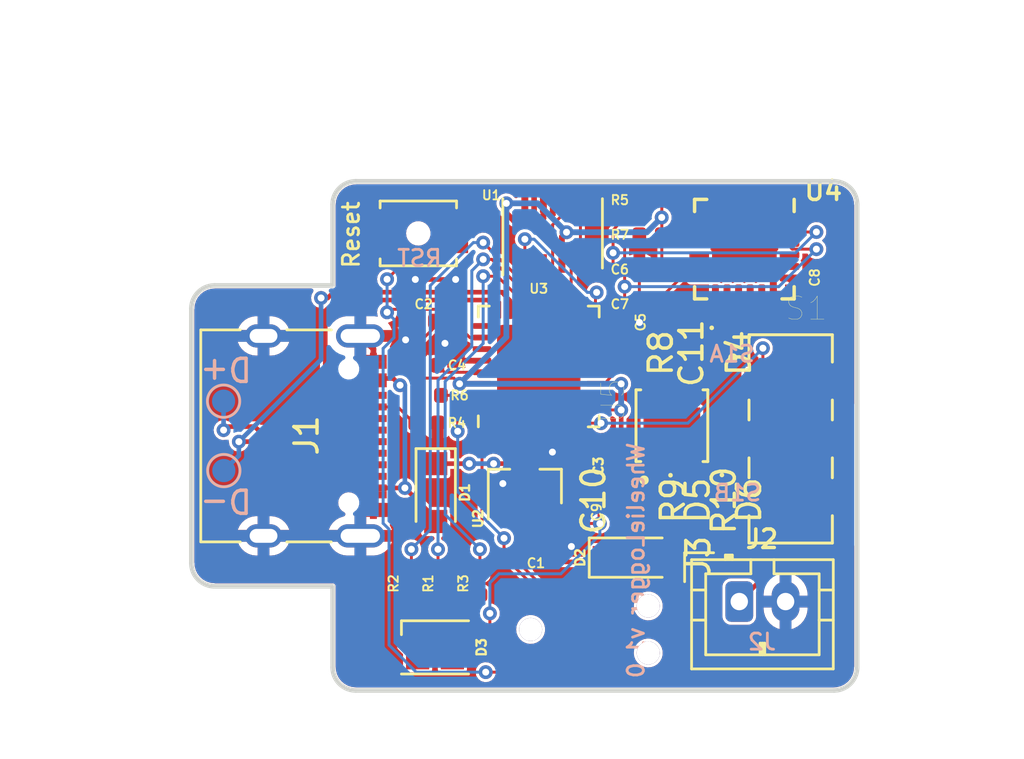
<source format=kicad_pcb>
(kicad_pcb (version 20200829) (generator pcbnew)
  (layers (0 "F.Cu" signal) (31 "B.Cu" signal) (34 "B.Paste" user) (35 "F.Paste" user) (36 "B.SilkS" user) (37 "F.SilkS" user) (38 "B.Mask" user) (39 "F.Mask" user) (44 "Edge.Cuts" user))
  (net 0 "")
  (net 1 "+5V")
  (net 2 "GND")
  (net 3 "+3V3")
  (net 4 "Net-(C4-Pad1)")
  (net 5 "VBUS")
  (net 6 "Net-(D3-Pad2)")
  (net 7 "Net-(D3-Pad1)")
  (net 8 "/USB_D+")
  (net 9 "Net-(J1-PadA5)")
  (net 10 "/USB_D-")
  (net 11 "Net-(J1-PadB5)")
  (net 12 "VIN")
  (net 13 "/GPIO5")
  (net 14 "/GPIO4")
  (net 15 "/GPIO3")
  (net 16 "/PWR_SW")
  (net 17 "Net-(U3-Pad5)")
  (net 18 "Net-(U3-Pad6)")
  (net 19 "/LED_R")
  (net 20 "/LED_G")
  (net 21 "/LED_B")
  (net 22 "Net-(J3-Pad6)")
  (net 23 "/SWCLK")
  (net 24 "/FLASH_SCK")
  (net 25 "/FLASH_MOSI")
  (net 26 "/FLASH_MISO")
  (net 27 "/FLASH_CS")
  (net 28 "Net-(U3-Pad27)")
  (net 29 "Net-(U3-Pad25)")
  (net 30 "Net-(U3-Pad15)")
  (net 31 "Net-(U3-Pad14)")
  (net 32 "Net-(U3-Pad13)")
  (net 33 "Net-(U3-Pad4)")
  (net 34 "Net-(U3-Pad3)")
  (net 35 "Net-(U3-Pad2)")
  (net 36 "Net-(U3-Pad1)")
  (net 37 "Net-(D3-Pad4)")
  (net 38 "/~RESET~")
  (net 39 "Net-(C8-Pad2)")
  (net 40 "Net-(U4-Pad12)")
  (net 41 "Net-(U4-Pad11)")
  (net 42 "Net-(C7-Pad1)")
  (net 43 "Net-(U4-Pad7)")
  (net 44 "Net-(U4-Pad6)")
  (net 45 "Net-(U4-Pad1)")
  (net 46 "Net-(U3-Pad7)")
  (net 47 "Net-(S1-Pad3)")
  (net 48 "/SWDIO")
  (net 49 "Net-(S1-Pad7)")
  (net 50 "Net-(U5-Pad8)")
  (net 51 "Net-(D4-Pad1)")
  (net 52 "Net-(U5-Pad6)")
  (net 53 "Net-(D5-Pad1)")
  (net 54 "Net-(R8-Pad1)")
  (net 55 "Net-(D6-Pad1)")
  (net 56 "Net-(R9-Pad1)")
  (net 57 "Net-(R10-Pad1)")
  (module "Resistor_SMD:R_0402_1005Metric" (layer "F.Cu") (at 141.01 95.28 90)
    (fp_text reference "R2" (at 0 -0.73 90) (layer "F.SilkS") (effects (font (size 0.4 0.4) (thickness 0.08))))
    (fp_text value "150R" hide)
    (pad "1" smd roundrect (at -0.485 0 90) (size 0.59 0.64) (layers "F.Cu" "F.Paste" "F.Mask") (net 37 "Net-(D3-Pad4)"))
    (pad "2" smd roundrect (at 0.485 0 90) (size 0.59 0.64) (layers "F.Cu" "F.Paste" "F.Mask") (net 20 "/LED_G"))
  )
  (module "Footprints:SON50P300X300X100-11N" (layer "F.Cu") (at 152.3 88.46 90)
    (fp_text reference "U5" (at 1.076745 -2.539135 90) (layer "F.SilkS") (effects (font (size 1.00163 1.00163) (thickness 0.015))))
    (fp_text value "MCP73833-AMI_UN")
    (pad "1" smd rect (at -1.435 -1 90) (size 0.86 0.26) (layers "F.Cu" "F.Paste" "F.Mask") (net 1 "+5V"))
    (pad "2" smd rect (at -1.435 -0.5 90) (size 0.86 0.26) (layers "F.Cu" "F.Paste" "F.Mask") (net 1 "+5V"))
    (pad "3" smd rect (at -1.435 0 90) (size 0.86 0.26) (layers "F.Cu" "F.Paste" "F.Mask") (net 56 "Net-(R9-Pad1)"))
    (pad "4" smd rect (at -1.435 0.5 90) (size 0.86 0.26) (layers "F.Cu" "F.Paste" "F.Mask") (net 57 "Net-(R10-Pad1)"))
    (pad "5" smd rect (at -1.435 1 90) (size 0.86 0.26) (layers "F.Cu" "F.Paste" "F.Mask") (net 2 "GND"))
    (pad "6" smd rect (at 1.435 1 90) (size 0.86 0.26) (layers "F.Cu" "F.Paste" "F.Mask") (net 52 "Net-(U5-Pad6)"))
    (pad "7" smd rect (at 1.435 0.5 90) (size 0.86 0.26) (layers "F.Cu" "F.Paste" "F.Mask") (net 54 "Net-(R8-Pad1)"))
    (pad "8" smd rect (at 1.435 0 90) (size 0.86 0.26) (layers "F.Cu" "F.Paste" "F.Mask") (net 50 "Net-(U5-Pad8)"))
    (pad "9" smd rect (at 1.435 -0.5 90) (size 0.86 0.26) (layers "F.Cu" "F.Paste" "F.Mask") (net 12 "VIN"))
    (pad "10" smd rect (at 1.435 -1 90) (size 0.86 0.26) (layers "F.Cu" "F.Paste" "F.Mask") (net 12 "VIN"))
    (pad "11" smd rect (at 0 0 90) (size 1.575 2.45) (layers "F.Cu" "F.Mask"))
  )
  (module "Package_SON_Extra:USON-8_3x4mm_P0.8mm" (layer "F.Cu") (at 147.15 80.15 90)
    (fp_text reference "U1" (at 1.65 -2.65 180) (layer "F.SilkS") (effects (font (size 0.4 0.4) (thickness 0.08))))
    (fp_text value "GD25Q32CNIGR" hide)
    (pad "1" smd rect (at -1.3 -1.2) (size 0.3 0.8) (layers "F.Cu" "F.Paste" "F.Mask") (net 27 "/FLASH_CS"))
    (pad "2" smd rect (at -1.3 -0.4) (size 0.3 0.8) (layers "F.Cu" "F.Paste" "F.Mask") (net 26 "/FLASH_MISO"))
    (pad "3" smd rect (at -1.3 0.4) (size 0.3 0.8) (layers "F.Cu" "F.Paste" "F.Mask") (net 3 "+3V3"))
    (pad "4" smd rect (at -1.3 1.2) (size 0.3 0.8) (layers "F.Cu" "F.Paste" "F.Mask") (net 2 "GND"))
    (pad "5" smd rect (at 1.3 1.2) (size 0.3 0.8) (layers "F.Cu" "F.Paste" "F.Mask") (net 25 "/FLASH_MOSI"))
    (pad "6" smd rect (at 1.3 0.4) (size 0.3 0.8) (layers "F.Cu" "F.Paste" "F.Mask") (net 24 "/FLASH_SCK"))
    (pad "7" smd rect (at 1.3 -0.4) (size 0.3 0.8) (layers "F.Cu" "F.Paste" "F.Mask") (net 3 "+3V3"))
    (pad "8" smd rect (at 1.3 -1.2) (size 0.3 0.8) (layers "F.Cu" "F.Paste" "F.Mask") (net 3 "+3V3"))
  )
  (module "LED_SMD:LED_0402_1005Metric" (layer "F.Cu") (at 154.02 85.32 -90)
    (fp_text reference "D4" (at 0 -1.17 90) (layer "F.SilkS"))
    (fp_text value "Red" hide)
    (pad "1" smd roundrect (at -0.485 0 270) (size 0.59 0.64) (layers "F.Cu" "F.Paste" "F.Mask") (net 51 "Net-(D4-Pad1)"))
    (pad "2" smd roundrect (at 0.485 0 270) (size 0.59 0.64) (layers "F.Cu" "F.Paste" "F.Mask") (net 1 "+5V"))
  )
  (module "Capacitor_SMD:C_0402_1005Metric" (layer "F.Cu") (at 151.38 81.71 180)
    (fp_text reference "C6" (at 1.33 0) (layer "F.SilkS") (effects (font (size 0.4 0.4) (thickness 0.08))))
    (fp_text value "100nF" hide)
    (pad "1" smd roundrect (at -0.485 0 180) (size 0.59 0.64) (layers "F.Cu" "F.Paste" "F.Mask") (net 3 "+3V3"))
    (pad "2" smd roundrect (at 0.485 0 180) (size 0.59 0.64) (layers "F.Cu" "F.Paste" "F.Mask") (net 2 "GND"))
  )
  (module "Diode_SMD:D_SOD-323_HandSoldering" (layer "F.Cu") (at 150.63 94.16)
    (fp_text reference "D2" (at -2.29 0 90) (layer "F.SilkS") (effects (font (size 0.4 0.4) (thickness 0.1))))
    (fp_text value "D_Schottky_Small" hide)
    (pad "1" smd rect (at -1.25 0) (size 1 1) (layers "F.Cu" "F.Paste" "F.Mask") (net 1 "+5V"))
    (pad "2" smd rect (at 1.25 0) (size 1 1) (layers "F.Cu" "F.Paste" "F.Mask") (net 12 "VIN"))
  )
  (module "Resistor_SMD:R_0402_1005Metric" (layer "F.Cu") (at 151.17 91.69 -90)
    (fp_text reference "R9" (at 0 -1.17 90) (layer "F.SilkS"))
    (fp_text value "1.5kR" hide)
    (pad "1" smd roundrect (at -0.485 0 270) (size 0.59 0.64) (layers "F.Cu" "F.Paste" "F.Mask") (net 56 "Net-(R9-Pad1)"))
    (pad "2" smd roundrect (at 0.485 0 270) (size 0.59 0.64) (layers "F.Cu" "F.Paste" "F.Mask") (net 53 "Net-(D5-Pad1)"))
  )
  (module "Resistor_SMD:R_0402_1005Metric" (layer "F.Cu") (at 151.38 78.71)
    (fp_text reference "R5" (at -1.33 0) (layer "F.SilkS") (effects (font (size 0.4 0.4) (thickness 0.08))))
    (fp_text value "10K" hide)
    (pad "1" smd roundrect (at -0.485 0) (size 0.59 0.64) (layers "F.Cu" "F.Paste" "F.Mask") (net 13 "/GPIO5"))
    (pad "2" smd roundrect (at 0.485 0) (size 0.59 0.64) (layers "F.Cu" "F.Paste" "F.Mask") (net 3 "+3V3"))
  )
  (module "Resistor_SMD:R_0402_1005Metric" (layer "F.Cu") (at 141.84 87.15 180)
    (fp_text reference "R6" (at -1.29 0 180) (layer "F.SilkS") (effects (font (size 0.4 0.4) (thickness 0.08))))
    (fp_text value "1K" hide)
    (pad "1" smd roundrect (at -0.485 0 180) (size 0.59 0.64) (layers "F.Cu" "F.Paste" "F.Mask") (net 23 "/SWCLK"))
    (pad "2" smd roundrect (at 0.485 0 180) (size 0.59 0.64) (layers "F.Cu" "F.Paste" "F.Mask") (net 3 "+3V3"))
  )
  (module "Resistor_SMD:R_0402_1005Metric" (layer "F.Cu") (at 151.38 80.21)
    (fp_text reference "R7" (at -1.33 0) (layer "F.SilkS") (effects (font (size 0.4 0.4) (thickness 0.08))))
    (fp_text value "10K" hide)
    (pad "1" smd roundrect (at -0.485 0) (size 0.59 0.64) (layers "F.Cu" "F.Paste" "F.Mask") (net 14 "/GPIO4"))
    (pad "2" smd roundrect (at 0.485 0) (size 0.59 0.64) (layers "F.Cu" "F.Paste" "F.Mask") (net 3 "+3V3"))
  )
  (module "LED_SMD:LED_0402_1005Metric" (layer "F.Cu") (at 152.24 91.69 -90)
    (fp_text reference "D5" (at 0 -1.17 90) (layer "F.SilkS"))
    (fp_text value "Yellow" hide)
    (pad "1" smd roundrect (at -0.485 0 270) (size 0.59 0.64) (layers "F.Cu" "F.Paste" "F.Mask") (net 53 "Net-(D5-Pad1)"))
    (pad "2" smd roundrect (at 0.485 0 270) (size 0.59 0.64) (layers "F.Cu" "F.Paste" "F.Mask") (net 1 "+5V"))
  )
  (module "Connector_JST:JST_PH_B2B-PH-K_1x02_P2.00mm_Vertical" (layer "F.Cu") (at 155.21 96.06)
    (fp_text reference "J2" (at 0.98 -2.7 180) (layer "F.SilkS") (effects (font (size 0.8 0.8))))
    (fp_text value "Conn_Power" hide)
    (pad "1" thru_hole roundrect (at 0 0) (size 1.2 1.75) (drill 0.75) (layers *.Cu *.Mask) (roundrect_rratio 0.2083333333333333) (net 16 "/PWR_SW"))
    (pad "2" thru_hole oval (at 2 0) (size 1.2 1.75) (drill 0.75) (layers *.Cu *.Mask) (net 2 "GND"))
  )
  (module "Button_Switch_SMD:SW_SPST_B3U-1000P-B" (layer "F.Cu") (at 141.35 80.15)
    (fp_text reference "SW1" hide)
    (fp_text value "SW_RESET" hide)
    (pad "" np_thru_hole circle (at 0 0) (size 0.8 0.8) (drill 0.8) (layers *.Cu *.Mask))
    (pad "1" smd rect (at -1.7 0) (size 0.9 1.7) (layers "F.Cu" "F.Paste" "F.Mask") (net 2 "GND"))
    (pad "2" smd rect (at 1.7 0) (size 0.9 1.7) (layers "F.Cu" "F.Paste" "F.Mask") (net 38 "/~RESET~"))
  )
  (module "Sensor_Motion:InvenSense_QFN-24_4x4mm_P0.5mm" (layer "F.Cu") (at 155.43 80.83 -90)
    (fp_text reference "U4" (at -2.51 -3.41 180) (layer "F.SilkS") (effects (font (size 0.8 0.8))))
    (fp_text value "MPU-6050" hide)
    (pad "1" smd roundrect (at -1.95 -1.25 270) (size 0.85 0.3) (layers "F.Cu" "F.Paste" "F.Mask") (net 45 "Net-(U4-Pad1)"))
    (pad "2" smd roundrect (at -1.95 -0.75 270) (size 0.85 0.3) (layers "F.Cu" "F.Paste" "F.Mask"))
    (pad "3" smd roundrect (at -1.95 -0.25 270) (size 0.85 0.3) (layers "F.Cu" "F.Paste" "F.Mask"))
    (pad "4" smd roundrect (at -1.95 0.25 270) (size 0.85 0.3) (layers "F.Cu" "F.Paste" "F.Mask"))
    (pad "5" smd roundrect (at -1.95 0.75 270) (size 0.85 0.3) (layers "F.Cu" "F.Paste" "F.Mask"))
    (pad "6" smd roundrect (at -1.95 1.25 270) (size 0.85 0.3) (layers "F.Cu" "F.Paste" "F.Mask") (net 44 "Net-(U4-Pad6)"))
    (pad "7" smd roundrect (at -1.25 1.95) (size 0.85 0.3) (layers "F.Cu" "F.Paste" "F.Mask") (net 43 "Net-(U4-Pad7)"))
    (pad "8" smd roundrect (at -0.75 1.95) (size 0.85 0.3) (layers "F.Cu" "F.Paste" "F.Mask") (net 3 "+3V3"))
    (pad "9" smd roundrect (at -0.25 1.95) (size 0.85 0.3) (layers "F.Cu" "F.Paste" "F.Mask") (net 3 "+3V3"))
    (pad "10" smd roundrect (at 0.25 1.95) (size 0.85 0.3) (layers "F.Cu" "F.Paste" "F.Mask") (net 42 "Net-(C7-Pad1)"))
    (pad "11" smd roundrect (at 0.75 1.95) (size 0.85 0.3) (layers "F.Cu" "F.Paste" "F.Mask") (net 41 "Net-(U4-Pad11)"))
    (pad "12" smd roundrect (at 1.25 1.95) (size 0.85 0.3) (layers "F.Cu" "F.Paste" "F.Mask") (net 40 "Net-(U4-Pad12)"))
    (pad "13" smd roundrect (at 1.95 1.25 270) (size 0.85 0.3) (layers "F.Cu" "F.Paste" "F.Mask") (net 3 "+3V3"))
    (pad "14" smd roundrect (at 1.95 0.75 270) (size 0.85 0.3) (layers "F.Cu" "F.Paste" "F.Mask"))
    (pad "15" smd roundrect (at 1.95 0.25 270) (size 0.85 0.3) (layers "F.Cu" "F.Paste" "F.Mask"))
    (pad "16" smd roundrect (at 1.95 -0.25 270) (size 0.85 0.3) (layers "F.Cu" "F.Paste" "F.Mask"))
    (pad "17" smd roundrect (at 1.95 -0.75 270) (size 0.85 0.3) (layers "F.Cu" "F.Paste" "F.Mask"))
    (pad "18" smd roundrect (at 1.95 -1.25 270) (size 0.85 0.3) (layers "F.Cu" "F.Paste" "F.Mask") (net 2 "GND"))
    (pad "19" smd roundrect (at 1.25 -1.95) (size 0.85 0.3) (layers "F.Cu" "F.Paste" "F.Mask"))
    (pad "20" smd roundrect (at 0.75 -1.95) (size 0.85 0.3) (layers "F.Cu" "F.Paste" "F.Mask") (net 39 "Net-(C8-Pad2)"))
    (pad "21" smd roundrect (at 0.25 -1.95) (size 0.85 0.3) (layers "F.Cu" "F.Paste" "F.Mask"))
    (pad "22" smd roundrect (at -0.25 -1.95) (size 0.85 0.3) (layers "F.Cu" "F.Paste" "F.Mask"))
    (pad "23" smd roundrect (at -0.75 -1.95) (size 0.85 0.3) (layers "F.Cu" "F.Paste" "F.Mask") (net 14 "/GPIO4"))
    (pad "24" smd roundrect (at -1.25 -1.95) (size 0.85 0.3) (layers "F.Cu" "F.Paste" "F.Mask") (net 13 "/GPIO5"))
  )
  (module "Resistor_SMD:R_0402_1005Metric" (layer "F.Cu") (at 152.99 85.32 90)
    (fp_text reference "R8" (at 0 -1.17 90) (layer "F.SilkS"))
    (fp_text value "1.5kR" hide)
    (pad "1" smd roundrect (at -0.485 0 90) (size 0.59 0.64) (layers "F.Cu" "F.Paste" "F.Mask") (net 54 "Net-(R8-Pad1)"))
    (pad "2" smd roundrect (at 0.485 0 90) (size 0.59 0.64) (layers "F.Cu" "F.Paste" "F.Mask") (net 3 "+3V3"))
  )
  (module "LED_SMD:LED_0402_1005Metric" (layer "F.Cu") (at 154.46 91.68 -90)
    (fp_text reference "D6" (at 0 -1.17 90) (layer "F.SilkS"))
    (fp_text value "Green" hide)
    (pad "1" smd roundrect (at -0.485 0 270) (size 0.59 0.64) (layers "F.Cu" "F.Paste" "F.Mask") (net 55 "Net-(D6-Pad1)"))
    (pad "2" smd roundrect (at 0.485 0 270) (size 0.59 0.64) (layers "F.Cu" "F.Paste" "F.Mask") (net 1 "+5V"))
  )
  (module "Package_DFN_QFN:QFN-32-1EP_5x5mm_P0.5mm_EP3.6x3.6mm" (layer "F.Cu") (at 146.55 85.9 90)
    (fp_text reference "U3" (at 3.36 0 180) (layer "F.SilkS") (effects (font (size 0.4 0.4) (thickness 0.08))))
    (fp_text value "ATSAMD21E18A" hide)
    (pad "1" smd roundrect (at -2.45 -1.75 90) (size 0.8 0.25) (layers "F.Cu" "F.Paste" "F.Mask") (net 36 "Net-(U3-Pad1)"))
    (pad "2" smd roundrect (at -2.45 -1.25 90) (size 0.8 0.25) (layers "F.Cu" "F.Paste" "F.Mask") (net 35 "Net-(U3-Pad2)"))
    (pad "3" smd roundrect (at -2.45 -0.75 90) (size 0.8 0.25) (layers "F.Cu" "F.Paste" "F.Mask") (net 34 "Net-(U3-Pad3)"))
    (pad "4" smd roundrect (at -2.45 -0.25 90) (size 0.8 0.25) (layers "F.Cu" "F.Paste" "F.Mask") (net 33 "Net-(U3-Pad4)"))
    (pad "5" smd roundrect (at -2.45 0.25 90) (size 0.8 0.25) (layers "F.Cu" "F.Paste" "F.Mask") (net 17 "Net-(U3-Pad5)"))
    (pad "6" smd roundrect (at -2.45 0.75 90) (size 0.8 0.25) (layers "F.Cu" "F.Paste" "F.Mask") (net 18 "Net-(U3-Pad6)"))
    (pad "7" smd roundrect (at -2.45 1.25 90) (size 0.8 0.25) (layers "F.Cu" "F.Paste" "F.Mask") (net 46 "Net-(U3-Pad7)"))
    (pad "8" smd roundrect (at -2.45 1.75 90) (size 0.8 0.25) (layers "F.Cu" "F.Paste" "F.Mask") (net 15 "/GPIO3"))
    (pad "9" smd roundrect (at -1.75 2.45 90) (size 0.25 0.8) (layers "F.Cu" "F.Paste" "F.Mask") (net 3 "+3V3"))
    (pad "10" smd roundrect (at -1.25 2.45 90) (size 0.25 0.8) (layers "F.Cu" "F.Paste" "F.Mask") (net 2 "GND"))
    (pad "11" smd roundrect (at -0.75 2.45 90) (size 0.25 0.8) (layers "F.Cu" "F.Paste" "F.Mask") (net 14 "/GPIO4"))
    (pad "12" smd roundrect (at -0.25 2.45 90) (size 0.25 0.8) (layers "F.Cu" "F.Paste" "F.Mask") (net 13 "/GPIO5"))
    (pad "13" smd roundrect (at 0.25 2.45 90) (size 0.25 0.8) (layers "F.Cu" "F.Paste" "F.Mask") (net 32 "Net-(U3-Pad13)"))
    (pad "14" smd roundrect (at 0.75 2.45 90) (size 0.25 0.8) (layers "F.Cu" "F.Paste" "F.Mask") (net 31 "Net-(U3-Pad14)"))
    (pad "15" smd roundrect (at 1.25 2.45 90) (size 0.25 0.8) (layers "F.Cu" "F.Paste" "F.Mask") (net 30 "Net-(U3-Pad15)"))
    (pad "16" smd roundrect (at 1.75 2.45 90) (size 0.25 0.8) (layers "F.Cu" "F.Paste" "F.Mask") (net 27 "/FLASH_CS"))
    (pad "17" smd roundrect (at 2.45 1.75 90) (size 0.8 0.25) (layers "F.Cu" "F.Paste" "F.Mask") (net 25 "/FLASH_MOSI"))
    (pad "18" smd roundrect (at 2.45 1.25 90) (size 0.8 0.25) (layers "F.Cu" "F.Paste" "F.Mask") (net 24 "/FLASH_SCK"))
    (pad "19" smd roundrect (at 2.45 0.75 90) (size 0.8 0.25) (layers "F.Cu" "F.Paste" "F.Mask") (net 26 "/FLASH_MISO"))
    (pad "20" smd roundrect (at 2.45 0.25 90) (size 0.8 0.25) (layers "F.Cu" "F.Paste" "F.Mask") (net 20 "/LED_G"))
    (pad "21" smd roundrect (at 2.45 -0.25 90) (size 0.8 0.25) (layers "F.Cu" "F.Paste" "F.Mask") (net 19 "/LED_R"))
    (pad "22" smd roundrect (at 2.45 -0.75 90) (size 0.8 0.25) (layers "F.Cu" "F.Paste" "F.Mask") (net 21 "/LED_B"))
    (pad "23" smd roundrect (at 2.45 -1.25 90) (size 0.8 0.25) (layers "F.Cu" "F.Paste" "F.Mask") (net 10 "/USB_D-"))
    (pad "24" smd roundrect (at 2.45 -1.75 90) (size 0.8 0.25) (layers "F.Cu" "F.Paste" "F.Mask") (net 8 "/USB_D+"))
    (pad "25" smd roundrect (at 1.75 -2.45 90) (size 0.25 0.8) (layers "F.Cu" "F.Paste" "F.Mask") (net 29 "Net-(U3-Pad25)"))
    (pad "26" smd roundrect (at 1.25 -2.45 90) (size 0.25 0.8) (layers "F.Cu" "F.Paste" "F.Mask") (net 38 "/~RESET~"))
    (pad "27" smd roundrect (at 0.75 -2.45 90) (size 0.25 0.8) (layers "F.Cu" "F.Paste" "F.Mask") (net 28 "Net-(U3-Pad27)"))
    (pad "28" smd roundrect (at 0.25 -2.45 90) (size 0.25 0.8) (layers "F.Cu" "F.Paste" "F.Mask") (net 2 "GND"))
    (pad "29" smd roundrect (at -0.25 -2.45 90) (size 0.25 0.8) (layers "F.Cu" "F.Paste" "F.Mask") (net 4 "Net-(C4-Pad1)"))
    (pad "30" smd roundrect (at -0.75 -2.45 90) (size 0.25 0.8) (layers "F.Cu" "F.Paste" "F.Mask") (net 3 "+3V3"))
    (pad "31" smd roundrect (at -1.25 -2.45 90) (size 0.25 0.8) (layers "F.Cu" "F.Paste" "F.Mask") (net 23 "/SWCLK"))
    (pad "32" smd roundrect (at -1.75 -2.45 90) (size 0.25 0.8) (layers "F.Cu" "F.Paste" "F.Mask") (net 48 "/SWDIO"))
    (pad "33" smd roundrect (at 0 0 90) (size 3.6 3.6) (layers "F.Cu" "F.Mask") (roundrect_rratio 0.06944388888888889))
  )
  (module "Capacitor_SMD:C_0402_1005Metric" (layer "F.Cu") (at 150.95 85.32 -90)
    (fp_text reference "C5" (at -1.33 0 90) (layer "F.SilkS") (effects (font (size 0.4 0.4) (thickness 0.08))))
    (fp_text value "10nF" hide)
    (pad "1" smd roundrect (at -0.485 0 270) (size 0.59 0.64) (layers "F.Cu" "F.Paste" "F.Mask") (net 2 "GND"))
    (pad "2" smd roundrect (at 0.485 0 270) (size 0.59 0.64) (layers "F.Cu" "F.Paste" "F.Mask") (net 3 "+3V3"))
  )
  (module "Footprints:Tag-Connect_TC2030-IDC-NL" (layer "F.Cu") (at 147.47 97.9)
    (fp_text reference "J3" (at 5.974 -3.811 90) (layer "F.SilkS"))
    (fp_text value "TC2030-IDC-NL" hide)
    (pad "" thru_hole circle (at 3.81 0.381) (size 0.9906 0.9906) (drill 0.9906) (layers *.Cu *.Mask))
    (pad "" thru_hole circle (at 3.81 -1.651) (size 0.9906 0.9906) (drill 0.9906) (layers *.Cu *.Mask))
    (pad "" thru_hole circle (at -1.27 -0.635) (size 0.9906 0.9906) (drill 0.9906) (layers *.Cu *.Mask))
    (pad "1" smd circle (at 0 0) (size 0.7874 0.7874) (layers "F.Cu" "F.Mask") (net 3 "+3V3"))
    (pad "2" smd circle (at 0 -1.27) (size 0.7874 0.7874) (layers "F.Cu" "F.Mask") (net 48 "/SWDIO"))
    (pad "3" smd circle (at 1.27 0) (size 0.7874 0.7874) (layers "F.Cu" "F.Mask") (net 38 "/~RESET~"))
    (pad "4" smd circle (at 1.27 -1.269999) (size 0.7874 0.7874) (layers "F.Cu" "F.Mask") (net 23 "/SWCLK"))
    (pad "5" smd circle (at 2.54 0) (size 0.7874 0.7874) (layers "F.Cu" "F.Mask") (net 2 "GND"))
    (pad "6" smd circle (at 2.54 -1.270001) (size 0.7874 0.7874) (layers "F.Cu" "F.Mask") (net 22 "Net-(J3-Pad6)"))
  )
  (module "Footprints:SW_JS202011JCQN" (layer "F.Cu") (at 157.43 89.03)
    (fp_text reference "S1" (at 0.675 -5.635 180) (layer "F.SilkS") (effects (font (thickness 0.015))))
    (fp_text value "JS202011JCQN" hide)
    (pad "1" smd rect (at -1.2 -2.5) (size 1.6 1) (layers "F.Cu" "F.Paste" "F.Mask") (net 15 "/GPIO3"))
    (pad "2" smd rect (at -1.2 0) (size 1.6 1) (layers "F.Cu" "F.Paste" "F.Mask") (net 2 "GND"))
    (pad "3" smd rect (at -1.2 2.5) (size 1.6 1) (layers "F.Cu" "F.Paste" "F.Mask") (net 47 "Net-(S1-Pad3)"))
    (pad "5" smd rect (at 1.2 -2.5) (size 1.6 1) (layers "F.Cu" "F.Paste" "F.Mask") (net 16 "/PWR_SW"))
    (pad "6" smd rect (at 1.2 0) (size 1.6 1) (layers "F.Cu" "F.Paste" "F.Mask") (net 12 "VIN"))
    (pad "7" smd rect (at 1.2 2.5) (size 1.6 1) (layers "F.Cu" "F.Paste" "F.Mask") (net 49 "Net-(S1-Pad7)"))
  )
  (module "Capacitor_SMD:C_0402_1005Metric" (layer "F.Cu") (at 141.58 83.94 180)
    (fp_text reference "C2" (at 0 0.73 180) (layer "F.SilkS") (effects (font (size 0.4 0.4) (thickness 0.08))))
    (fp_text value "100nf" hide)
    (pad "1" smd roundrect (at -0.485 0 180) (size 0.59 0.64) (layers "F.Cu" "F.Paste" "F.Mask") (net 3 "+3V3"))
    (pad "2" smd roundrect (at 0.485 0 180) (size 0.59 0.64) (layers "F.Cu" "F.Paste" "F.Mask") (net 2 "GND"))
  )
  (module "Resistor_SMD:R_0402_1005Metric" (layer "F.Cu") (at 153.37 91.69 -90)
    (fp_text reference "R10" (at 0 -1.17 90) (layer "F.SilkS"))
    (fp_text value "1.5kR" hide)
    (pad "1" smd roundrect (at -0.485 0 270) (size 0.59 0.64) (layers "F.Cu" "F.Paste" "F.Mask") (net 57 "Net-(R10-Pad1)"))
    (pad "2" smd roundrect (at 0.485 0 270) (size 0.59 0.64) (layers "F.Cu" "F.Paste" "F.Mask") (net 55 "Net-(D6-Pad1)"))
  )
  (module "Capacitor_SMD:C_0402_1005Metric" (layer "F.Cu") (at 159.26 82.06 90)
    (fp_text reference "C8" (at 0 -0.79 90) (layer "F.SilkS") (effects (font (size 0.4 0.4) (thickness 0.08))))
    (fp_text value "2.2nF" hide)
    (pad "1" smd roundrect (at -0.485 0 90) (size 0.59 0.64) (layers "F.Cu" "F.Paste" "F.Mask") (net 2 "GND"))
    (pad "2" smd roundrect (at 0.485 0 90) (size 0.59 0.64) (layers "F.Cu" "F.Paste" "F.Mask") (net 39 "Net-(C8-Pad2)"))
  )
  (module "Resistor_SMD:R_0402_1005Metric" (layer "F.Cu") (at 144.01 95.28 90)
    (fp_text reference "R3" (at 0 -0.72 90) (layer "F.SilkS") (effects (font (size 0.4 0.4) (thickness 0.08))))
    (fp_text value "150R" hide)
    (pad "1" smd roundrect (at -0.485 0 90) (size 0.59 0.64) (layers "F.Cu" "F.Paste" "F.Mask") (net 6 "Net-(D3-Pad2)"))
    (pad "2" smd roundrect (at 0.485 0 90) (size 0.59 0.64) (layers "F.Cu" "F.Paste" "F.Mask") (net 21 "/LED_B"))
  )
  (module "Package_TO_SOT_SMD:SOT-23" (layer "F.Cu") (at 145.95 91.1 90)
    (fp_text reference "U2" (at -1.38 -2.02 90) (layer "F.SilkS") (effects (font (size 0.4 0.4) (thickness 0.1))))
    (fp_text value "MCP1700-3302E_SOT23" hide)
    (pad "1" smd rect (at -1 -0.95 90) (size 0.9 0.8) (layers "F.Cu" "F.Paste" "F.Mask") (net 2 "GND"))
    (pad "2" smd rect (at -1 0.95 90) (size 0.9 0.8) (layers "F.Cu" "F.Paste" "F.Mask") (net 3 "+3V3"))
    (pad "3" smd rect (at 1 0 90) (size 0.9 0.8) (layers "F.Cu" "F.Paste" "F.Mask") (net 1 "+5V"))
  )
  (module "Capacitor_SMD:C_0402_1005Metric" (layer "F.Cu") (at 151.38 83.21 180)
    (fp_text reference "C7" (at 1.33 0 180) (layer "F.SilkS") (effects (font (size 0.4 0.4) (thickness 0.08))))
    (fp_text value "100nf" hide)
    (pad "1" smd roundrect (at -0.485 0 180) (size 0.59 0.64) (layers "F.Cu" "F.Paste" "F.Mask") (net 42 "Net-(C7-Pad1)"))
    (pad "2" smd roundrect (at 0.485 0 180) (size 0.59 0.64) (layers "F.Cu" "F.Paste" "F.Mask") (net 2 "GND"))
  )
  (module "Capacitor_SMD:C_0402_1005Metric" (layer "F.Cu") (at 141.69 85.85 180)
    (fp_text reference "C4" (at -1.33 0 180) (layer "F.SilkS") (effects (font (size 0.4 0.4) (thickness 0.08))))
    (fp_text value "1uF" hide)
    (pad "1" smd roundrect (at -0.485 0 180) (size 0.59 0.64) (layers "F.Cu" "F.Paste" "F.Mask") (net 4 "Net-(C4-Pad1)"))
    (pad "2" smd roundrect (at 0.485 0 180) (size 0.59 0.64) (layers "F.Cu" "F.Paste" "F.Mask") (net 2 "GND"))
  )
  (module "Connector_USB:USB_C_Receptacle_XKB_U262-16XN-4BVC11" (layer "F.Cu") (at 135.74 88.9 -90)
    (fp_text reference "J1" (at -0.02 -0.78 -90) (layer "F.SilkS"))
    (fp_text value "USB_C_Plug_USB2.0" hide)
    (pad "" np_thru_hole circle (at -2.89 -2.605 270) (size 0.65 0.65) (drill 0.65) (layers *.Cu *.Mask))
    (pad "" np_thru_hole circle (at 2.89 -2.605 270) (size 0.65 0.65) (drill 0.65) (layers *.Cu *.Mask))
    (pad "A1" smd rect (at -3.35 -3.67 270) (size 0.3 1.15) (layers "F.Cu" "F.Paste" "F.Mask") (net 2 "GND"))
    (pad "A4" smd rect (at -2.55 -3.67 270) (size 0.3 1.15) (layers "F.Cu" "F.Paste" "F.Mask") (net 5 "VBUS"))
    (pad "A5" smd rect (at -1.25 -3.67 270) (size 0.3 1.15) (layers "F.Cu" "F.Paste" "F.Mask") (net 9 "Net-(J1-PadA5)"))
    (pad "A6" smd rect (at -0.25 -3.67 270) (size 0.3 1.15) (layers "F.Cu" "F.Paste" "F.Mask") (net 8 "/USB_D+"))
    (pad "A7" smd rect (at 0.25 -3.67 270) (size 0.3 1.15) (layers "F.Cu" "F.Paste" "F.Mask") (net 10 "/USB_D-"))
    (pad "A8" smd rect (at 1.25 -3.67 270) (size 0.3 1.15) (layers "F.Cu" "F.Paste" "F.Mask"))
    (pad "A9" smd rect (at 2.55 -3.67 270) (size 0.3 1.15) (layers "F.Cu" "F.Paste" "F.Mask") (net 5 "VBUS"))
    (pad "A12" smd rect (at 3.35 -3.67 270) (size 0.3 1.15) (layers "F.Cu" "F.Paste" "F.Mask") (net 2 "GND"))
    (pad "B1" smd rect (at 3.05 -3.67 270) (size 0.3 1.15) (layers "F.Cu" "F.Paste" "F.Mask") (net 2 "GND"))
    (pad "B4" smd rect (at 2.25 -3.67 270) (size 0.3 1.15) (layers "F.Cu" "F.Paste" "F.Mask") (net 5 "VBUS"))
    (pad "B5" smd rect (at 1.75 -3.67 270) (size 0.3 1.15) (layers "F.Cu" "F.Paste" "F.Mask") (net 11 "Net-(J1-PadB5)"))
    (pad "B6" smd rect (at 0.75 -3.67 270) (size 0.3 1.15) (layers "F.Cu" "F.Paste" "F.Mask"))
    (pad "B7" smd rect (at -0.75 -3.67 270) (size 0.3 1.15) (layers "F.Cu" "F.Paste" "F.Mask"))
    (pad "B8" smd rect (at -1.75 -3.67 270) (size 0.3 1.15) (layers "F.Cu" "F.Paste" "F.Mask"))
    (pad "B9" smd rect (at -2.25 -3.67 270) (size 0.3 1.15) (layers "F.Cu" "F.Paste" "F.Mask") (net 5 "VBUS"))
    (pad "B12" smd rect (at -3.05 -3.67 270) (size 0.3 1.15) (layers "F.Cu" "F.Paste" "F.Mask") (net 2 "GND"))
    (pad "S1" thru_hole oval (at -4.32 1.075 270) (size 1 1.6) (drill oval 0.6 1.2) (layers *.Cu *.Mask) (net 2 "GND"))
    (pad "S1" thru_hole oval (at -4.32 -3.105 270) (size 1 2.1) (drill oval 0.6 1.7) (layers *.Cu *.Mask) (net 2 "GND"))
    (pad "S1" thru_hole oval (at 4.32 1.075 270) (size 1 1.6) (drill oval 0.6 1.2) (layers *.Cu *.Mask) (net 2 "GND"))
    (pad "S1" thru_hole oval (at 4.32 -3.105 270) (size 1 2.1) (drill oval 0.6 1.7) (layers *.Cu *.Mask) (net 2 "GND"))
  )
  (module "Diode_SMD:D_SOD-323_HandSoldering" (layer "F.Cu") (at 142.1 91.35 -90)
    (fp_text reference "D1" (at 0 -1.26 90) (layer "F.SilkS") (effects (font (size 0.4 0.4) (thickness 0.1))))
    (fp_text value "D_Schottky_Small" hide)
    (pad "1" smd rect (at -1.25 0 270) (size 1 1) (layers "F.Cu" "F.Paste" "F.Mask") (net 1 "+5V"))
    (pad "2" smd rect (at 1.25 0 270) (size 1 1) (layers "F.Cu" "F.Paste" "F.Mask") (net 5 "VBUS"))
  )
  (module "LED_SMD:LED_Cree-PLCC4_2x2mm_CW" (layer "F.Cu") (at 142.07 98.04)
    (fp_text reference "D3" (at 2.01 0 90) (layer "F.SilkS") (effects (font (size 0.4 0.4) (thickness 0.1))))
    (fp_text value "LED_RBAG" hide)
    (pad "1" smd rect (at -0.75 -0.55) (size 1 0.8) (layers "F.Cu" "F.Paste" "F.Mask") (net 7 "Net-(D3-Pad1)"))
    (pad "2" smd rect (at 0.75 -0.55) (size 1 0.8) (layers "F.Cu" "F.Paste" "F.Mask") (net 6 "Net-(D3-Pad2)"))
    (pad "3" smd rect (at 0.75 0.55) (size 1 0.8) (layers "F.Cu" "F.Paste" "F.Mask") (net 3 "+3V3"))
    (pad "4" smd rect (at -0.75 0.55) (size 1 0.8) (layers "F.Cu" "F.Paste" "F.Mask") (net 37 "Net-(D3-Pad4)"))
  )
  (module "Capacitor_SMD:C_0402_1005Metric" (layer "F.Cu") (at 148.28 92.2 -90)
    (fp_text reference "C9" (at 0 -0.77 90) (layer "F.SilkS") (effects (font (size 0.4 0.4) (thickness 0.08))))
    (fp_text value "1uF" hide)
    (pad "1" smd roundrect (at -0.485 0 270) (size 0.59 0.64) (layers "F.Cu" "F.Paste" "F.Mask") (net 2 "GND"))
    (pad "2" smd roundrect (at 0.485 0 270) (size 0.59 0.64) (layers "F.Cu" "F.Paste" "F.Mask") (net 3 "+3V3"))
  )
  (module "Capacitor_SMD:C_0402_1005Metric" (layer "F.Cu") (at 148.3 90.2 90)
    (fp_text reference "C3" (at 0 0.83 90) (layer "F.SilkS") (effects (font (size 0.4 0.4) (thickness 0.1))))
    (fp_text value "10uF" hide)
    (pad "1" smd roundrect (at -0.485 0 90) (size 0.59 0.64) (layers "F.Cu" "F.Paste" "F.Mask") (net 3 "+3V3"))
    (pad "2" smd roundrect (at 0.485 0 90) (size 0.59 0.64) (layers "F.Cu" "F.Paste" "F.Mask") (net 2 "GND"))
  )
  (module "Resistor_SMD:R_0402_1005Metric" (layer "F.Cu") (at 142.51 95.28 90)
    (fp_text reference "R1" (at 0 -0.73 90) (layer "F.SilkS") (effects (font (size 0.4 0.4) (thickness 0.08))))
    (fp_text value "360R" hide)
    (pad "1" smd roundrect (at -0.485 0 90) (size 0.59 0.64) (layers "F.Cu" "F.Paste" "F.Mask") (net 7 "Net-(D3-Pad1)"))
    (pad "2" smd roundrect (at 0.485 0 90) (size 0.59 0.64) (layers "F.Cu" "F.Paste" "F.Mask") (net 19 "/LED_R"))
  )
  (module "Capacitor_SMD:C_0402_1005Metric" (layer "F.Cu") (at 150.08 91.69 90)
    (fp_text reference "C10" (at 0 -1.17 90) (layer "F.SilkS"))
    (fp_text value "1uF" hide)
    (pad "1" smd roundrect (at -0.485 0 90) (size 0.59 0.64) (layers "F.Cu" "F.Paste" "F.Mask") (net 1 "+5V"))
    (pad "2" smd roundrect (at 0.485 0 90) (size 0.59 0.64) (layers "F.Cu" "F.Paste" "F.Mask") (net 2 "GND"))
  )
  (module "Capacitor_SMD:C_0402_1005Metric" (layer "F.Cu") (at 146.43 93.63 180)
    (fp_text reference "C1" (at 0 -0.77) (layer "F.SilkS") (effects (font (size 0.4 0.4) (thickness 0.08))))
    (fp_text value "1uF" hide)
    (pad "1" smd roundrect (at -0.485 0 180) (size 0.59 0.64) (layers "F.Cu" "F.Paste" "F.Mask") (net 2 "GND"))
    (pad "2" smd roundrect (at 0.485 0 180) (size 0.59 0.64) (layers "F.Cu" "F.Paste" "F.Mask") (net 1 "+5V"))
  )
  (module "Capacitor_SMD:C_0402_1005Metric" (layer "F.Cu") (at 151.97 85.325 -90)
    (fp_text reference "C11" (at 0 -1.17 90) (layer "F.SilkS"))
    (fp_text value "1uF" hide)
    (pad "1" smd roundrect (at -0.485 0 270) (size 0.59 0.64) (layers "F.Cu" "F.Paste" "F.Mask") (net 2 "GND"))
    (pad "2" smd roundrect (at 0.485 0 270) (size 0.59 0.64) (layers "F.Cu" "F.Paste" "F.Mask") (net 12 "VIN"))
  )
  (module "Resistor_SMD:R_0402_1005Metric" (layer "F.Cu") (at 141.7 88.34 180)
    (fp_text reference "R4" (at -1.31 0 180) (layer "F.SilkS") (effects (font (size 0.4 0.4) (thickness 0.08))))
    (fp_text value "5.1K" hide)
    (pad "1" smd roundrect (at -0.485 0 180) (size 0.59 0.64) (layers "F.Cu" "F.Paste" "F.Mask") (net 2 "GND"))
    (pad "2" smd roundrect (at 0.485 0 180) (size 0.59 0.64) (layers "F.Cu" "F.Paste" "F.Mask") (net 9 "Net-(J1-PadA5)"))
  )
  (module "TestPoint:TestPoint_Pad_D1.0mm" (layer "B.Cu") (at 132.94 87.4)
    (fp_text reference "TP6" hide)
    (fp_text value "TP_USB_D+")
    (pad "1" smd circle (at 0 0) (size 1 1) (layers "B.Cu" "B.Mask") (net 8 "/USB_D+"))
  )
  (module "TestPoint:TestPoint_Pad_D1.0mm" (layer "B.Cu") (at 132.95 90.4)
    (fp_text reference "TP5" hide)
    (fp_text value "TP_USB_D-")
    (pad "1" smd circle (at 0 0) (size 1 1) (layers "B.Cu" "B.Mask") (net 10 "/USB_D-"))
  )
  (gr_arc (start 132.55 83.4) (end 132.55 82.4) (angle -90) (layer "Edge.Cuts") (width 0.2))
  (gr_arc (start 138.65 78.9) (end 138.65 77.9) (angle -90) (layer "Edge.Cuts") (width 0.2))
  (gr_line (start 137.65 82.4) (end 137.65 78.9) (layer "Edge.Cuts") (width 0.2))
  (gr_arc (start 138.65 98.9) (end 137.65 98.9) (angle -90) (layer "Edge.Cuts") (width 0.2))
  (gr_arc (start 159.3 98.9) (end 159.3 99.9) (angle -90) (layer "Edge.Cuts") (width 0.2))
  (gr_line (start 131.55 83.4) (end 131.55 94.4) (layer "Edge.Cuts") (width 0.2))
  (gr_line (start 159.3 99.9) (end 138.65 99.9) (layer "Edge.Cuts") (width 0.2))
  (gr_line (start 138.65 77.9) (end 159.3 77.9) (layer "Edge.Cuts") (width 0.2))
  (gr_line (start 137.65 95.4) (end 137.65 98.9) (layer "Edge.Cuts") (width 0.2))
  (gr_arc (start 159.3 78.9) (end 160.3 78.9) (angle -90) (layer "Edge.Cuts") (width 0.2))
  (gr_line (start 137.65 82.4) (end 132.55 82.4) (layer "Edge.Cuts") (width 0.2))
  (gr_line (start 137.65 95.4) (end 132.55 95.4) (layer "Edge.Cuts") (width 0.2))
  (gr_arc (start 132.55 94.4) (end 131.55 94.4) (angle -90) (layer "Edge.Cuts") (width 0.2))
  (gr_line (start 160.3 78.9) (end 160.3 98.9) (layer "Edge.Cuts") (width 0.2))
  (gr_text "D" (at 133.65 91.7 180) (layer "B.SilkS") (effects (font (size 1 1))))
  (gr_text "+" (at 132.55 86.1 180) (layer "B.SilkS") (effects (font (size 1 1))))
  (gr_text "D" (at 133.65 86 180) (layer "B.SilkS") (effects (font (size 1 1))))
  (gr_text "WheelieLogger v1.0" (at 150.75 94.28 90) (layer "B.SilkS") (effects (font (size 0.7 0.7) (thickness 0.12)) (justify mirror)))
  (gr_text "S1B" (at 155.13 91.36) (layer "B.SilkS") (effects (font (size 0.7 0.7) (thickness 0.12)) (justify mirror)))
  (gr_text "S1A" (at 154.9 85.36) (layer "B.SilkS") (effects (font (size 0.7 0.7) (thickness 0.12)) (justify mirror)))
  (gr_text "RST" (at 141.4 81.22) (layer "B.SilkS") (effects (font (size 0.7 0.7) (thickness 0.12)) (justify mirror)))
  (gr_text "-" (at 132.55 91.8 180) (layer "B.SilkS") (effects (font (size 1 1))))
  (gr_text "J2" (at 156.19 97.8) (layer "B.SilkS") (effects (font (size 0.7 0.7) (thickness 0.12)) (justify mirror)))
  (gr_text "Reset" (at 138.45 80.21 90) (layer "F.SilkS") (effects (font (size 0.7 0.7) (thickness 0.12))))
  (segment (start 150.08 92.88) (end 150.29949 92.66051) (width 0.127) (layer "F.Cu") (net 1))
  (segment (start 153.96449 92.66051) (end 154.46 92.165) (width 0.127) (layer "F.Cu") (net 1))
  (segment (start 150.08 93.46) (end 150.08 92.88) (width 0.2) (layer "F.Cu") (net 1))
  (segment (start 150.29949 92.66051) (end 152.25051 92.66051) (width 0.127) (layer "F.Cu") (net 1))
  (segment (start 145.945 94.165) (end 146.12 94.34) (width 0.2) (layer "F.Cu") (net 1))
  (segment (start 149.09 94.35) (end 149.28 94.16) (width 0.2) (layer "F.Cu") (net 1))
  (segment (start 149.38 94.16) (end 150.08 93.46) (width 0.2) (layer "F.Cu") (net 1))
  (segment (start 145.945 93.63) (end 145.945 94.165) (width 0.2) (layer "F.Cu") (net 1))
  (segment (start 152.25051 92.66051) (end 153.96449 92.66051) (width 0.127) (layer "F.Cu") (net 1))
  (segment (start 145.95 93.625) (end 145.945 93.63) (width 0.127) (layer "F.Cu") (net 1))
  (segment (start 152.24 92.175) (end 152.24 92.65) (width 0.127) (layer "F.Cu") (net 1))
  (segment (start 150.08 92.88) (end 150.08 92.175) (width 0.2) (layer "F.Cu") (net 1))
  (segment (start 152.24 92.65) (end 152.25051 92.66051) (width 0.127) (layer "F.Cu") (net 1))
  (segment (start 146.12 94.34) (end 149.09 94.35) (width 0.2) (layer "F.Cu") (net 1))
  (segment (start 144.6 90.1) (end 145.95 90.1) (width 0.2) (layer "F.Cu") (net 1))
  (segment (start 149.28 94.16) (end 149.38 94.16) (width 0.127) (layer "F.Cu") (net 1))
  (segment (start 145.95 90.1) (end 145.95 93.625) (width 0.2) (layer "F.Cu") (net 1))
  (segment (start 142.1 90.1) (end 143.53 90.1) (width 0.2) (layer "F.Cu") (net 1))
  (via (at 144.6 90.1) (size 0.6) (drill 0.3) (layers "F.Cu" "B.Cu") (net 1))
  (via (at 143.55 90.1) (size 0.6) (drill 0.3) (layers "F.Cu" "B.Cu") (net 1))
  (segment (start 143.53 90.1) (end 144.6 90.1) (width 0.2) (layer "B.Cu") (net 1))
  (segment (start 157.39 82.22) (end 159.265 82.22) (width 0.127) (layer "F.Cu") (net 2))
  (segment (start 139.41 85.55) (end 139.41 85.145) (width 0.25) (layer "F.Cu") (net 2))
  (segment (start 150.895 83.21) (end 150.895 81.71) (width 0.127) (layer "F.Cu") (net 2))
  (segment (start 139.41 85.145) (end 138.845 84.58) (width 0.25) (layer "F.Cu") (net 2))
  (segment (start 141.205 85.85) (end 142.155 84.9) (width 0.127) (layer "F.Cu") (net 2))
  (segment (start 142.5 84.9) (end 143.25 85.65) (width 0.127) (layer "F.Cu") (net 2))
  (segment (start 143.25 85.65) (end 144.1 85.65) (width 0.127) (layer "F.Cu") (net 2))
  (segment (start 142.5 84.9) (end 142.50051 84.89949) (width 0.127) (layer "F.Cu") (net 2))
  (segment (start 141.205 85.85) (end 141.205 85.795) (width 0.127) (layer "F.Cu") (net 2))
  (segment (start 142.155 84.9) (end 142.5 84.9) (width 0.127) (layer "F.Cu") (net 2))
  (segment (start 157.395 82.215) (end 157.39 82.22) (width 0.127) (layer "F.Cu") (net 2))
  (segment (start 150.9 84.705) (end 150.895 84.71) (width 0.127) (layer "F.Cu") (net 2))
  (segment (start 141.22 82.14) (end 142.96 82.14) (width 0.2) (layer "F.Cu") (net 2))
  (segment (start 159.265 82.22) (end 159.27 82.215) (width 0.127) (layer "F.Cu") (net 2))
  (segment (start 150.9 84) (end 150.9 83.215) (width 0.127) (layer "F.Cu") (net 2))
  (segment (start 150.9 83.215) (end 150.895 83.21) (width 0.127) (layer "F.Cu") (net 2))
  (via (at 147.14 89.6) (size 0.6) (drill 0.3) (layers "F.Cu" "B.Cu") (net 2))
  (via (at 142.5 84.9) (size 0.6) (drill 0.3) (layers "F.Cu" "B.Cu") (net 2))
  (via (at 141.22 82.14) (size 0.6) (drill 0.3) (layers "F.Cu" "B.Cu") (net 2))
  (via (at 145 90.96) (size 0.6) (drill 0.3) (layers "F.Cu" "B.Cu") (net 2))
  (via (at 150.9 84) (size 0.6) (drill 0.3) (layers "F.Cu" "B.Cu") (net 2))
  (via (at 140.8 84.75) (size 0.6) (drill 0.3) (layers "F.Cu" "B.Cu") (net 2))
  (via (at 147.96 93.68) (size 0.6) (drill 0.3) (layers "F.Cu" "B.Cu") (net 2))
  (via (at 142.96 82.14) (size 0.6) (drill 0.3) (layers "F.Cu" "B.Cu") (net 2))
  (segment (start 144.44 97.07) (end 144.44 96.57) (width 0.127) (layer "F.Cu") (net 3))
  (segment (start 149.13 87.78) (end 149 87.65) (width 0.127) (layer "F.Cu") (net 3))
  (segment (start 145.95 79.5) (end 145.95 78.85) (width 0.25) (layer "F.Cu") (net 3))
  (segment (start 149.185 92.685) (end 149.19 92.69) (width 0.127) (layer "F.Cu") (net 3))
  (segment (start 141.205 86.415) (end 141.19401 86.40401) (width 0.127) (layer "F.Cu") (net 3))
  (segment (start 143.13 86.65) (end 142.88401 86.40401) (width 0.127) (layer "F.Cu") (net 3))
  (segment (start 148.28 92.685) (end 149.185 92.685) (width 0.127) (layer "F.Cu") (net 3))
  (segment (start 147.115 92.685) (end 148.28 92.685) (width 0.127) (layer "F.Cu") (net 3))
  (segment (start 146.9 92.1) (end 146.9 92.47) (width 0.127) (layer "F.Cu") (net 3))
  (segment (start 151.91 80.72) (end 151.865 80.675) (width 0.127) (layer "F.Cu") (net 3))
  (segment (start 142.88401 86.40401) (end 141.19401 86.40401) (width 0.127) (layer "F.Cu") (net 3))
  (segment (start 140.71949 85.535016) (end 142.185 84.069506) (width 0.127) (layer "F.Cu") (net 3))
  (segment (start 145.475736 79.6) (end 146.05 79.6) (width 0.25) (layer "F.Cu") (net 3))
  (segment (start 148.43 90.745) (end 149.185 90.745) (width 0.2) (layer "F.Cu") (net 3))
  (segment (start 144.44 97.07) (end 145.663699 98.293699) (width 0.127) (layer "F.Cu") (net 3))
  (segment (start 147.411501 97.838499) (end 147.47 97.78) (width 0.127) (layer "F.Cu") (net 3))
  (segment (start 142.82 98.59) (end 142.92 98.59) (width 0.127) (layer "F.Cu") (net 3))
  (segment (start 141.19401 86.40401) (end 140.958516 86.40401) (width 0.127) (layer "F.Cu") (net 3))
  (segment (start 147.076301 98.293699) (end 147.47 97.9) (width 0.127) (layer "F.Cu") (net 3))
  (segment (start 147.611501 97.838499) (end 147.66 97.79) (width 0.127) (layer "F.Cu") (net 3))
  (segment (start 146.9 92.47) (end 147.115 92.685) (width 0.127) (layer "F.Cu") (net 3))
  (segment (start 147.55 81.45) (end 147.55 80.3) (width 0.25) (layer "F.Cu") (net 3))
  (segment (start 151.865 80.675) (end 151.865 78.71) (width 0.127) (layer "F.Cu") (net 3))
  (segment (start 147.55 80.3) (end 147.75 80.1) (width 0.25) (layer "F.Cu") (net 3))
  (segment (start 142.185 84.069506) (end 142.185 83.84) (width 0.127) (layer "F.Cu") (net 3))
  (segment (start 145.663699 98.293699) (end 147.076301 98.293699) (width 0.127) (layer "F.Cu") (net 3))
  (segment (start 143.13 86.65) (end 144.1 86.65) (width 0.25) (layer "F.Cu") (net 3))
  (segment (start 152.87 84.09) (end 154.18 82.78) (width 0.127) (layer "F.Cu") (net 3))
  (segment (start 149.19 92.69) (end 149.19 90.75) (width 0.2) (layer "F.Cu") (net 3))
  (segment (start 151.865 81.71) (end 151.865 80.675) (width 0.127) (layer "F.Cu") (net 3))
  (segment (start 150.11 89.83) (end 150.11 87.78) (width 0.2) (layer "F.Cu") (net 3))
  (segment (start 141.205 87.14) (end 141.205 86.415) (width 0.127) (layer "F.Cu") (net 3))
  (segment (start 153.49 80.72) (end 151.91 80.72) (width 0.127) (layer "F.Cu") (net 3))
  (segment (start 146.75 78.85) (end 146.75 79.5) (width 0.25) (layer "F.Cu") (net 3))
  (segment (start 149.19 90.75) (end 150.11 89.83) (width 0.2) (layer "F.Cu") (net 3))
  (segment (start 140.958516 86.40401) (end 140.71949 86.164984) (width 0.127) (layer "F.Cu") (net 3))
  (segment (start 146.75 79.5) (end 146.65 79.6) (width 0.25) (layer "F.Cu") (net 3))
  (segment (start 145.15 78.85) (end 145.15 79.274264) (width 0.25) (layer "F.Cu") (net 3))
  (segment (start 150.11 87.78) (end 149.13 87.78) (width 0.127) (layer "F.Cu") (net 3))
  (segment (start 149.19 90.75) (end 149.185 90.745) (width 0.127) (layer "F.Cu") (net 3))
  (segment (start 146.65 79.6) (end 146.05 79.6) (width 0.25) (layer "F.Cu") (net 3))
  (segment (start 145.15 79.274264) (end 145.475736 79.6) (width 0.25) (layer "F.Cu") (net 3))
  (segment (start 140.71949 86.164984) (end 140.71949 85.535016) (width 0.127) (layer "F.Cu") (net 3))
  (segment (start 142.92 98.59) (end 144.44 97.07) (width 0.127) (layer "F.Cu") (net 3))
  (segment (start 146.05 79.6) (end 145.95 79.5) (width 0.25) (layer "F.Cu") (net 3))
  (via (at 149.19 92.69) (size 0.6) (drill 0.3) (layers "F.Cu" "B.Cu") (net 3))
  (via (at 151.86 79.46) (size 0.6) (drill 0.3) (layers "F.Cu" "B.Cu") (net 3))
  (via (at 150.11 87.78) (size 0.6) (drill 0.3) (layers "F.Cu" "B.Cu") (net 3))
  (via (at 145.15 78.85) (size 0.6) (drill 0.3) (layers "F.Cu" "B.Cu") (net 3))
  (via (at 143.13 86.65) (size 0.6) (drill 0.3) (layers "F.Cu" "B.Cu") (net 3))
  (via (at 144.44 96.57) (size 0.6) (drill 0.3) (layers "F.Cu" "B.Cu") (net 3))
  (via (at 150.11 86.65) (size 0.6) (drill 0.3) (layers "F.Cu" "B.Cu") (net 3))
  (via (at 147.75 80.1) (size 0.6) (drill 0.3) (layers "F.Cu" "B.Cu") (net 3))
  (segment (start 147.505942 94.86) (end 149.19 93.175942) (width 0.127) (layer "B.Cu") (net 3))
  (segment (start 144.83 94.86) (end 144.44 95.25) (width 0.127) (layer "B.Cu") (net 3))
  (segment (start 144.83 94.86) (end 147.505942 94.86) (width 0.127) (layer "B.Cu") (net 3))
  (segment (start 151.22 80.1) (end 151.86 79.46) (width 0.25) (layer "B.Cu") (net 3))
  (segment (start 147.75 80.1) (end 146.5 78.85) (width 0.25) (layer "B.Cu") (net 3))
  (segment (start 146.5 78.85) (end 145.15 78.85) (width 0.25) (layer "B.Cu") (net 3))
  (segment (start 150.13 86.65) (end 143.14 86.65) (width 0.25) (layer "B.Cu") (net 3))
  (segment (start 145.15 78.85) (end 145.15 84.63) (width 0.25) (layer "B.Cu") (net 3))
  (segment (start 144.44 95.25) (end 144.44 96.57) (width 0.127) (layer "B.Cu") (net 3))
  (segment (start 147.75 80.1) (end 151.22 80.1) (width 0.25) (layer "B.Cu") (net 3))
  (segment (start 145.15 84.63) (end 143.13 86.65) (width 0.25) (layer "B.Cu") (net 3))
  (segment (start 150.11 86.65) (end 150.11 87.78) (width 0.25) (layer "B.Cu") (net 3))
  (segment (start 149.19 93.175942) (end 149.19 92.69) (width 0.127) (layer "B.Cu") (net 3))
  (segment (start 144.1 86.15) (end 142.475 86.15) (width 0.127) (layer "F.Cu") (net 4))
  (segment (start 142.475 86.15) (end 142.175 85.85) (width 0.127) (layer "F.Cu") (net 4))
  (segment (start 139.41 91.15) (end 140.77 91.15) (width 0.2) (layer "F.Cu") (net 5))
  (segment (start 140.56 86.71) (end 140.27 86.42) (width 0.2) (layer "F.Cu") (net 5))
  (segment (start 140.77 91.15) (end 142.2 92.58) (width 0.2) (layer "F.Cu") (net 5))
  (segment (start 142.2 92.58) (end 142.23 92.58) (width 0.127) (layer "F.Cu") (net 5))
  (segment (start 140.27 86.42) (end 139.48 86.42) (width 0.2) (layer "F.Cu") (net 5))
  (segment (start 139.48 86.42) (end 139.41 86.35) (width 0.2) (layer "F.Cu") (net 5))
  (via (at 140.77 91.15) (size 0.6) (drill 0.3) (layers "F.Cu" "B.Cu") (net 5))
  (via (at 140.56 86.71) (size 0.6) (drill 0.3) (layers "F.Cu" "B.Cu") (net 5))
  (segment (start 140.56 86.71) (end 140.77 86.71) (width 0.2) (layer "B.Cu") (net 5))
  (segment (start 140.76 86.65) (end 140.77 86.66) (width 0.127) (layer "B.Cu") (net 5))
  (segment (start 140.77 86.71) (end 140.77 91.15) (width 0.2) (layer "B.Cu") (net 5))
  (segment (start 144.01 96.3) (end 142.82 97.49) (width 0.127) (layer "F.Cu") (net 6))
  (segment (start 144.01 95.765) (end 144.01 96.3) (width 0.127) (layer "F.Cu") (net 6))
  (segment (start 142.51 96.3) (end 141.32 97.49) (width 0.127) (layer "F.Cu") (net 7))
  (segment (start 142.51 95.765) (end 142.51 96.3) (width 0.127) (layer "F.Cu") (net 7))
  (segment (start 139.41 88.65) (end 137.33 88.65) (width 0.2) (layer "F.Cu") (net 8))
  (segment (start 144.35494 83.03) (end 137.84 83.03) (width 0.2) (layer "F.Cu") (net 8))
  (segment (start 137.33 83.494058) (end 137.33 88.65) (width 0.2) (layer "F.Cu") (net 8))
  (segment (start 134.44 88.65) (end 134.29 88.5) (width 0.2) (layer "F.Cu") (net 8))
  (segment (start 134.29 88.5) (end 133.09 88.5) (width 0.2) (layer "F.Cu") (net 8))
  (segment (start 144.8 83.45) (end 144.35 83.03) (width 0.2) (layer "F.Cu") (net 8))
  (segment (start 137.84 83.03) (end 137.33 83.494058) (width 0.2) (layer "F.Cu") (net 8))
  (segment (start 133.09 88.5) (end 132.94 88.65) (width 0.2) (layer "F.Cu") (net 8))
  (segment (start 137.33 88.65) (end 134.44 88.65) (width 0.2) (layer "F.Cu") (net 8))
  (via (at 132.94 88.65) (size 0.6) (drill 0.3) (layers "F.Cu" "B.Cu") (net 8))
  (segment (start 132.94 87.4) (end 132.94 88.65) (width 0.2) (layer "B.Cu") (net 8))
  (segment (start 140.465 87.65) (end 141.155 88.34) (width 0.127) (layer "F.Cu") (net 9))
  (segment (start 139.41 87.65) (end 140.465 87.65) (width 0.127) (layer "F.Cu") (net 9))
  (segment (start 145.3 83.45) (end 145.3 83.05) (width 0.2) (layer "F.Cu") (net 10))
  (segment (start 137.69 82.69) (end 137.44 82.94) (width 0.2) (layer "F.Cu") (net 10))
  (segment (start 137.44 82.94) (end 137.15 82.94) (width 0.2) (layer "F.Cu") (net 10))
  (segment (start 139.41 89.15) (end 133.6 89.15) (width 0.2) (layer "F.Cu") (net 10))
  (segment (start 144.964763 82.69) (end 137.69 82.69) (width 0.2) (layer "F.Cu") (net 10))
  (segment (start 145.3 83.05) (end 144.96 82.69) (width 0.2) (layer "F.Cu") (net 10))
  (via (at 133.6 89.15) (size 0.6) (drill 0.3) (layers "F.Cu" "B.Cu") (net 10))
  (via (at 137.15 82.94) (size 0.6) (drill 0.3) (layers "F.Cu" "B.Cu") (net 10))
  (segment (start 132.95 90.4) (end 133.6 89.75) (width 0.2) (layer "B.Cu") (net 10))
  (segment (start 137.15 85.6) (end 133.6 89.15) (width 0.2) (layer "B.Cu") (net 10))
  (segment (start 137.15 82.94) (end 137.15 85.6) (width 0.2) (layer "B.Cu") (net 10))
  (segment (start 133.6 89.75) (end 133.6 89.15) (width 0.2) (layer "B.Cu") (net 10))
  (segment (start 155.777098 90.34) (end 155.89 90.34) (width 0.127) (layer "F.Cu") (net 12))
  (segment (start 154.46 93.13) (end 155.239499 92.350501) (width 0.2) (layer "F.Cu") (net 12))
  (segment (start 152.507 94.16) (end 153.537 93.13) (width 0.2) (layer "F.Cu") (net 12))
  (segment (start 153.537 93.13) (end 154.46 93.13) (width 0.2) (layer "F.Cu") (net 12))
  (segment (start 151.3 87.025) (end 151.8 87.025) (width 0.127) (layer "F.Cu") (net 12))
  (segment (start 157.37 90.29) (end 157.32 90.34) (width 0.127) (layer "F.Cu") (net 12))
  (segment (start 157.32 90.34) (end 155.89 90.34) (width 0.2) (layer "F.Cu") (net 12))
  (segment (start 158.63 89.03) (end 157.37 90.29) (width 0.2) (layer "F.Cu") (net 12))
  (segment (start 155.239499 90.877599) (end 155.777098 90.34) (width 0.2) (layer "F.Cu") (net 12))
  (segment (start 155.239499 92.350501) (end 155.239499 90.877599) (width 0.2) (layer "F.Cu") (net 12))
  (segment (start 151.88 94.16) (end 152.507 94.16) (width 0.2) (layer "F.Cu") (net 12))
  (segment (start 157.52 80.09) (end 157.39 80.22) (width 0.127) (layer "F.Cu") (net 13))
  (segment (start 149.25886 86.15) (end 149 86.15) (width 0.127) (layer "F.Cu") (net 13))
  (segment (start 158.54 80.09) (end 157.52 80.09) (width 0.127) (layer "F.Cu") (net 13))
  (segment (start 149.76 80.98949) (end 149.76 85.81835) (width 0.127) (layer "F.Cu") (net 13))
  (segment (start 149.76 85.82) (end 149.25886 86.15) (width 0.127) (layer "F.Cu") (net 13))
  (segment (start 149.76 80.01449) (end 149.76 80.98949) (width 0.127) (layer "F.Cu") (net 13))
  (segment (start 150.895 78.71) (end 149.76 80.01449) (width 0.127) (layer "F.Cu") (net 13))
  (via (at 149.76 80.98949) (size 0.6) (drill 0.3) (layers "F.Cu" "B.Cu") (net 13))
  (via (at 158.54 80.09) (size 0.6) (drill 0.3) (layers "F.Cu" "B.Cu") (net 13))
  (segment (start 149.76 80.98949) (end 157.64051 80.98949) (width 0.127) (layer "B.Cu") (net 13))
  (segment (start 157.64051 80.98949) (end 158.54 80.09) (width 0.127) (layer "B.Cu") (net 13))
  (segment (start 150.895 80.21) (end 150.26 80.69551) (width 0.127) (layer "F.Cu") (net 14))
  (segment (start 150.26 80.69551) (end 150.26 82.45) (width 0.127) (layer "F.Cu") (net 14))
  (segment (start 157.5 80.83) (end 157.39 80.72) (width 0.127) (layer "F.Cu") (net 14))
  (segment (start 149.4 86.65) (end 149 86.65) (width 0.127) (layer "F.Cu") (net 14))
  (segment (start 150.26 85.64051) (end 149.4 86.65) (width 0.127) (layer "F.Cu") (net 14))
  (segment (start 150.26 82.45) (end 150.26 85.64051) (width 0.127) (layer "F.Cu") (net 14))
  (segment (start 158.54 80.83) (end 157.5 80.83) (width 0.127) (layer "F.Cu") (net 14))
  (via (at 158.54 80.83) (size 0.6) (drill 0.3) (layers "F.Cu" "B.Cu") (net 14))
  (via (at 150.26 82.45) (size 0.6) (drill 0.3) (layers "F.Cu" "B.Cu") (net 14))
  (segment (start 150.26 82.45) (end 156.92 82.45) (width 0.127) (layer "B.Cu") (net 14))
  (segment (start 156.92 82.45) (end 158.54 80.83) (width 0.127) (layer "B.Cu") (net 14))
  (segment (start 156.23 85.11) (end 156.23 86.53) (width 0.127) (layer "F.Cu") (net 15))
  (segment (start 148.3 88.35) (end 149.24 88.35) (width 0.127) (layer "F.Cu") (net 15))
  (via (at 156.23 85.11) (size 0.6) (drill 0.3) (layers "F.Cu" "B.Cu") (net 15))
  (via (at 149.24 88.35) (size 0.6) (drill 0.3) (layers "F.Cu" "B.Cu") (net 15))
  (segment (start 151.04 88.35) (end 152.99 88.35) (width 0.127) (layer "B.Cu") (net 15))
  (segment (start 149.24 88.35) (end 151.04 88.35) (width 0.127) (layer "B.Cu") (net 15))
  (segment (start 152.99 88.35) (end 156.23 85.11) (width 0.127) (layer "B.Cu") (net 15))
  (segment (start 159.88 93.39) (end 159.88 87.78) (width 0.2) (layer "F.Cu") (net 16))
  (segment (start 159.46 93.81) (end 159.88 93.39) (width 0.2) (layer "F.Cu") (net 16))
  (segment (start 155.21 96.06) (end 157.46 93.81) (width 0.2) (layer "F.Cu") (net 16))
  (segment (start 157.46 93.81) (end 159.46 93.81) (width 0.2) (layer "F.Cu") (net 16))
  (segment (start 159.88 87.78) (end 158.63 86.53) (width 0.2) (layer "F.Cu") (net 16))
  (segment (start 146.3 82.85) (end 146.1 82.65) (width 0.127) (layer "F.Cu") (net 19))
  (segment (start 146.3 83.45) (end 146.3 82.85) (width 0.127) (layer "F.Cu") (net 19))
  (segment (start 146.1 82.65) (end 145.9 82.65) (width 0.127) (layer "F.Cu") (net 19))
  (segment (start 142.2 94.485) (end 142.51 94.795) (width 0.127) (layer "F.Cu") (net 19))
  (segment (start 144.522997 81.272997) (end 144.15 81.272997) (width 0.127) (layer "F.Cu") (net 19))
  (segment (start 145.9 82.65) (end 144.522997 81.272997) (width 0.127) (layer "F.Cu") (net 19))
  (segment (start 142.2 93.8) (end 142.2 94.485) (width 0.127) (layer "F.Cu") (net 19))
  (via (at 142.2 93.8) (size 0.6) (drill 0.3) (layers "F.Cu" "B.Cu") (net 19))
  (via (at 144.15 81.272997) (size 0.6) (drill 0.3) (layers "F.Cu" "B.Cu") (net 19))
  (segment (start 143.659499 85.035335) (end 142.2 86.494834) (width 0.127) (layer "B.Cu") (net 19))
  (segment (start 143.659499 81.763498) (end 143.659499 85.035335) (width 0.127) (layer "B.Cu") (net 19))
  (segment (start 142.2 86.494834) (end 142.2 93.8) (width 0.127) (layer "B.Cu") (net 19))
  (segment (start 144.15 81.272997) (end 143.659499 81.763498) (width 0.127) (layer "B.Cu") (net 19))
  (segment (start 146.8 82.85) (end 146.320388 82.370388) (width 0.127) (layer "F.Cu") (net 20))
  (segment (start 146.8 83.45) (end 146.8 82.85) (width 0.127) (layer "F.Cu") (net 20))
  (segment (start 146.320388 82.370388) (end 145.979612 82.370388) (width 0.127) (layer "F.Cu") (net 20))
  (segment (start 141.05 93.8) (end 141.05 94.795) (width 0.127) (layer "F.Cu") (net 20))
  (segment (start 145.979612 82.370388) (end 144.155218 80.545994) (width 0.127) (layer "F.Cu") (net 20))
  (segment (start 144.155218 80.545994) (end 144.15 80.545994) (width 0.127) (layer "F.Cu") (net 20))
  (via (at 144.15 80.545994) (size 0.6) (drill 0.3) (layers "F.Cu" "B.Cu") (net 20))
  (via (at 141.05 93.8) (size 0.6) (drill 0.3) (layers "F.Cu" "B.Cu") (net 20))
  (segment (start 144.15 80.545994) (end 143.725736 80.545994) (width 0.127) (layer "B.Cu") (net 20))
  (segment (start 143.725736 80.545994) (end 141.86551 82.40622) (width 0.127) (layer "B.Cu") (net 20))
  (segment (start 141.86551 82.40622) (end 141.86551 92.94449) (width 0.127) (layer "B.Cu") (net 20))
  (segment (start 141.86551 92.94449) (end 141.05 93.8) (width 0.127) (layer "B.Cu") (net 20))
  (segment (start 144.760842 82) (end 144.15 82) (width 0.127) (layer "F.Cu") (net 21))
  (segment (start 144.01 93.8) (end 144.01 94.795) (width 0.127) (layer "F.Cu") (net 21))
  (segment (start 145.8 83.45) (end 145.8 83.039158) (width 0.127) (layer "F.Cu") (net 21))
  (segment (start 145.8 83.039158) (end 144.760842 82) (width 0.127) (layer "F.Cu") (net 21))
  (via (at 144.15 82) (size 0.6) (drill 0.3) (layers "F.Cu" "B.Cu") (net 21))
  (via (at 144.01 93.8) (size 0.6) (drill 0.3) (layers "F.Cu" "B.Cu") (net 21))
  (segment (start 144.15 84.904058) (end 142.509499 86.544559) (width 0.127) (layer "B.Cu") (net 21))
  (segment (start 142.509499 92.299499) (end 144.01 93.8) (width 0.127) (layer "B.Cu") (net 21))
  (segment (start 144.15 82) (end 144.15 84.904058) (width 0.127) (layer "B.Cu") (net 21))
  (segment (start 142.509499 86.544559) (end 142.509499 92.299499) (width 0.127) (layer "B.Cu") (net 21))
  (segment (start 148.215798 95.475799) (end 148.74 96.000001) (width 0.127) (layer "F.Cu") (net 23))
  (segment (start 143.05 88.7) (end 143.05 87.21) (width 0.127) (layer "F.Cu") (net 23))
  (segment (start 142.95 87.15) (end 142.325 87.15) (width 0.127) (layer "F.Cu") (net 23))
  (segment (start 145.05 93.32) (end 145.05 93.744264) (width 0.127) (layer "F.Cu") (net 23))
  (segment (start 143.21 87.15) (end 142.99 87.15) (width 0.127) (layer "F.Cu") (net 23))
  (segment (start 148.74 96.000001) (end 148.74 96.510001) (width 0.127) (layer "F.Cu") (net 23))
  (segment (start 143.05 87.21) (end 142.99 87.15) (width 0.127) (layer "F.Cu") (net 23))
  (segment (start 144.1 87.15) (end 143.21 87.15) (width 0.127) (layer "F.Cu") (net 23))
  (segment (start 146.781535 95.475799) (end 148.215798 95.475799) (width 0.127) (layer "F.Cu") (net 23))
  (segment (start 142.99 87.15) (end 142.95 87.15) (width 0.127) (layer "F.Cu") (net 23))
  (segment (start 145.05 93.744264) (end 146.781535 95.475799) (width 0.127) (layer "F.Cu") (net 23))
  (via (at 143.05 88.7) (size 0.6) (drill 0.3) (layers "F.Cu" "B.Cu") (net 23))
  (via (at 145.05 93.32) (size 0.6) (drill 0.3) (layers "F.Cu" "B.Cu") (net 23))
  (segment (start 143.05 91.32) (end 145.05 93.32) (width 0.127) (layer "B.Cu") (net 23))
  (segment (start 143.05 88.7) (end 143.05 91.32) (width 0.127) (layer "B.Cu") (net 23))
  (segment (start 147.8 83.45) (end 147.8 82.75) (width 0.127) (layer "F.Cu") (net 24))
  (segment (start 147.8 82.75) (end 147.15 82.1) (width 0.127) (layer "F.Cu") (net 24))
  (segment (start 147.55 79.377) (end 147.55 78.85) (width 0.127) (layer "F.Cu") (net 24))
  (segment (start 147.15 79.777) (end 147.55 79.377) (width 0.127) (layer "F.Cu") (net 24))
  (segment (start 147.15 82.1) (end 147.15 79.777) (width 0.127) (layer "F.Cu") (net 24))
  (segment (start 148.35 80.5) (end 148.35 78.85) (width 0.127) (layer "F.Cu") (net 25))
  (segment (start 148.3 83.45) (end 148.3 82.721451) (width 0.127) (layer "F.Cu") (net 25))
  (segment (start 147.95 82.371451) (end 147.95 80.9) (width 0.127) (layer "F.Cu") (net 25))
  (segment (start 147.95 80.9) (end 148.35 80.5) (width 0.127) (layer "F.Cu") (net 25))
  (segment (start 148.3 82.721451) (end 147.95 82.371451) (width 0.127) (layer "F.Cu") (net 25))
  (segment (start 147.3 82.75) (end 146.75 82.2) (width 0.127) (layer "F.Cu") (net 26))
  (segment (start 146.75 82.2) (end 146.75 81.45) (width 0.127) (layer "F.Cu") (net 26))
  (segment (start 147.3 83.45) (end 147.3 82.75) (width 0.127) (layer "F.Cu") (net 26))
  (segment (start 149 82.75) (end 149.05 82.7) (width 0.127) (layer "F.Cu") (net 27))
  (segment (start 145.95 80.4) (end 145.95 81.45) (width 0.127) (layer "F.Cu") (net 27))
  (segment (start 149 84.15) (end 149 82.75) (width 0.127) (layer "F.Cu") (net 27))
  (via (at 145.95 80.4) (size 0.6) (drill 0.3) (layers "F.Cu" "B.Cu") (net 27))
  (via (at 149.05 82.7) (size 0.6) (drill 0.3) (layers "F.Cu" "B.Cu") (net 27))
  (segment (start 146.35 80.4) (end 145.95 80.4) (width 0.127) (layer "B.Cu") (net 27))
  (segment (start 149.05 82.7) (end 148.65 82.7) (width 0.127) (layer "B.Cu") (net 27))
  (segment (start 148.65 82.7) (end 146.35 80.4) (width 0.127) (layer "B.Cu") (net 27))
  (segment (start 140.629499 97.999499) (end 141.22 98.59) (width 0.127) (layer "F.Cu") (net 37))
  (segment (start 141.22 98.59) (end 141.32 98.59) (width 0.127) (layer "F.Cu") (net 37))
  (segment (start 141.01 95.765) (end 140.629499 96.145501) (width 0.127) (layer "F.Cu") (net 37))
  (segment (start 140.629499 96.145501) (end 140.629499 97.999499) (width 0.127) (layer "F.Cu") (net 37))
  (segment (start 143.575494 84.65) (end 142.354984 83.42949) (width 0.127) (layer "F.Cu") (net 38))
  (segment (start 140.25051 83.42949) (end 140.12 83.56) (width 0.127) (layer "F.Cu") (net 38))
  (segment (start 144.1 84.65) (end 143.575494 84.65) (width 0.127) (layer "F.Cu") (net 38))
  (segment (start 147.61 99.11) (end 148.74 97.98) (width 0.127) (layer "F.Cu") (net 38))
  (segment (start 142.354984 83.42949) (end 140.13051 83.42949) (width 0.127) (layer "F.Cu") (net 38))
  (segment (start 140 82.13) (end 141.02 81.11) (width 0.127) (layer "F.Cu") (net 38))
  (segment (start 147.475 99.11) (end 147.61 99.11) (width 0.127) (layer "F.Cu") (net 38))
  (segment (start 147.02 99.11) (end 147.475 99.11) (width 0.127) (layer "F.Cu") (net 38))
  (segment (start 142.09 81.11) (end 143.05 80.15) (width 0.127) (layer "F.Cu") (net 38))
  (segment (start 140.13051 83.42949) (end 140 83.56) (width 0.127) (layer "F.Cu") (net 38))
  (segment (start 144.26 99.11) (end 147.02 99.11) (width 0.127) (layer "F.Cu") (net 38))
  (segment (start 141.02 81.11) (end 142.09 81.11) (width 0.127) (layer "F.Cu") (net 38))
  (segment (start 148.74 97.98) (end 148.74 97.78) (width 0.127) (layer "F.Cu") (net 38))
  (via (at 140 83.56) (size 0.6) (drill 0.3) (layers "F.Cu" "B.Cu") (net 38))
  (via (at 144.26 99.11) (size 0.6) (drill 0.3) (layers "F.Cu" "B.Cu") (net 38))
  (via (at 140 82.13) (size 0.6) (drill 0.3) (layers "F.Cu" "B.Cu") (net 38))
  (segment (start 139.83 92.678472) (end 140.08551 92.933982) (width 0.127) (layer "B.Cu") (net 38))
  (segment (start 141.259157 99.11) (end 144.26 99.11) (width 0.127) (layer "B.Cu") (net 38))
  (segment (start 140.08551 97.936353) (end 141.259157 99.11) (width 0.127) (layer "B.Cu") (net 38))
  (segment (start 140.299999 83.859999) (end 140.299999 84.651529) (width 0.127) (layer "B.Cu") (net 38))
  (segment (start 140 82.13) (end 140 83.56) (width 0.127) (layer "B.Cu") (net 38))
  (segment (start 140 83.56) (end 140.299999 83.859999) (width 0.127) (layer "B.Cu") (net 38))
  (segment (start 140.299999 84.651529) (end 139.83 85.121528) (width 0.127) (layer "B.Cu") (net 38))
  (segment (start 139.83 85.121528) (end 139.83 92.678472) (width 0.127) (layer "B.Cu") (net 38))
  (segment (start 140.08551 92.933982) (end 140.08551 97.936353) (width 0.127) (layer "B.Cu") (net 38))
  (segment (start 151.865 82.89) (end 153.035 81.72) (width 0.127) (layer "F.Cu") (net 42))
  (segment (start 151.865 83.21) (end 151.865 82.89) (width 0.127) (layer "F.Cu") (net 42))
  (segment (start 153.035 81.72) (end 153.49 81.72) (width 0.127) (layer "F.Cu") (net 42))
  (segment (start 147.440942 96.505) (end 147.54 96.505) (width 0.127) (layer "F.Cu") (net 48))
  (segment (start 144.1 87.65) (end 144.1 93.164058) (width 0.127) (layer "F.Cu") (net 48))
  (segment (start 144.1 93.164058) (end 146.995942 96.06) (width 0.127) (layer "F.Cu") (net 48))
  (segment (start 147.455942 96.52) (end 147.66 96.52) (width 0.127) (layer "F.Cu") (net 48))
  (segment (start 147.445942 96.51) (end 147.47 96.51) (width 0.127) (layer "F.Cu") (net 48))
  (segment (start 146.995942 96.06) (end 147.445942 96.51) (width 0.127) (layer "F.Cu") (net 48))
  (segment (start 151.27 92.175) (end 152.24 91.205) (width 0.127) (layer "F.Cu") (net 53))
  (segment (start 151.17 92.175) (end 151.27 92.175) (width 0.127) (layer "F.Cu") (net 53))
  (segment (start 152.8 87.025) (end 152.8 85.815) (width 0.127) (layer "F.Cu") (net 54))
  (segment (start 152.8 85.815) (end 152.87 85.745) (width 0.127) (layer "F.Cu") (net 54))
  (segment (start 153.37 92.175) (end 153.48 92.175) (width 0.127) (layer "F.Cu") (net 55))
  (segment (start 153.48 92.175) (end 154.46 91.195) (width 0.127) (layer "F.Cu") (net 55))
  (segment (start 151.65551 90.71949) (end 152.03251 90.71949) (width 0.127) (layer "F.Cu") (net 56))
  (segment (start 152.3 90.452) (end 152.3 89.895) (width 0.127) (layer "F.Cu") (net 56))
  (segment (start 151.17 91.205) (end 151.65551 90.71949) (width 0.127) (layer "F.Cu") (net 56))
  (segment (start 152.03251 90.71949) (end 152.3 90.452) (width 0.127) (layer "F.Cu") (net 56))
  (segment (start 152.8 90.635) (end 152.8 89.895) (width 0.127) (layer "F.Cu") (net 57))
  (segment (start 153.37 91.205) (end 152.8 90.635) (width 0.127) (layer "F.Cu") (net 57))
  (zone (net 2) (net_name "GND") (layer "F.Cu") (connect_pads (clearance 0.127)) (min_thickness 0.2) (fill yes (thermal_gap 0.35) (thermal_bridge_width 0.508))
    (polygon (pts (xy 162.22 101) (xy 130 101) (xy 130 77) (xy 162.22 77)))
  )
  (zone (net 2) (net_name "GND") (layer "B.Cu") (connect_pads (clearance 0.127)) (min_thickness 0.2) (fill yes (thermal_gap 0.35) (thermal_bridge_width 0.508))
    (polygon (pts (xy 162.24 101) (xy 130 101) (xy 130 77) (xy 162.24 77)))
  )
)
</source>
